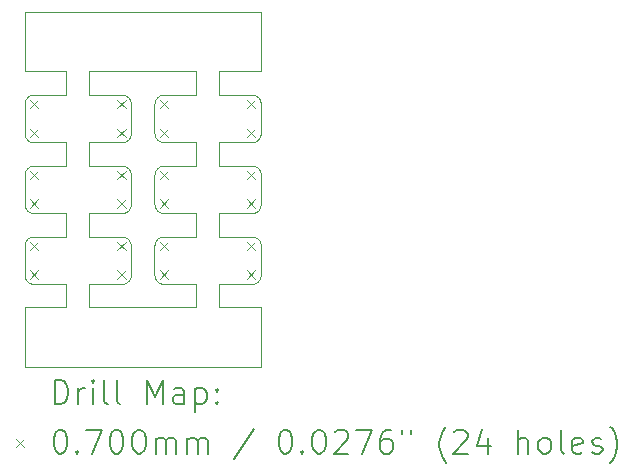
<source format=gbr>
%TF.GenerationSoftware,KiCad,Pcbnew,8.0.0*%
%TF.CreationDate,2024-03-11T21:29:51-07:00*%
%TF.ProjectId,Pinlight_panel,50696e6c-6967-4687-945f-70616e656c2e,rev?*%
%TF.SameCoordinates,Original*%
%TF.FileFunction,Drillmap*%
%TF.FilePolarity,Positive*%
%FSLAX45Y45*%
G04 Gerber Fmt 4.5, Leading zero omitted, Abs format (unit mm)*
G04 Created by KiCad (PCBNEW 8.0.0) date 2024-03-11 21:29:51*
%MOMM*%
%LPD*%
G01*
G04 APERTURE LIST*
%ADD10C,0.100000*%
%ADD11C,0.200000*%
G04 APERTURE END LIST*
D10*
X14731907Y-3673803D02*
X14736557Y-3667795D01*
X14734308Y-3329042D02*
X14731907Y-3326097D01*
X14750000Y-3624950D02*
X14750000Y-3374950D01*
X14711398Y-3309374D02*
X14704577Y-3306028D01*
X15845331Y-3650998D02*
X15847606Y-3643749D01*
X13873327Y-4279309D02*
X13879092Y-4284258D01*
X15801048Y-3095281D02*
X15808029Y-3092285D01*
X15021201Y-3900046D02*
X15013643Y-3900815D01*
X13882155Y-3086507D02*
X13888602Y-3090526D01*
X13859424Y-3938552D02*
X13857665Y-3941920D01*
X14749615Y-3032538D02*
X14750000Y-3024950D01*
X14720908Y-3684258D02*
X14726672Y-3679309D01*
X13850000Y-4224950D02*
X13850385Y-4232538D01*
X14731907Y-2726097D02*
X14726672Y-2720591D01*
X14985328Y-3088598D02*
X14988602Y-3090526D01*
X15814672Y-2711302D02*
X15808029Y-2707615D01*
X13853439Y-4247402D02*
X13854668Y-4250998D01*
X15002548Y-4296510D02*
X15006201Y-4297556D01*
X14956078Y-3054527D02*
X14959424Y-3061348D01*
X15013643Y-3300815D02*
X15009903Y-3301485D01*
X14979092Y-3684258D02*
X14985328Y-3688598D01*
X14748465Y-3359853D02*
X14746560Y-3352498D01*
X14750000Y-2774950D02*
X14749615Y-2767362D01*
X14686357Y-3300815D02*
X14678799Y-3300046D01*
X15500000Y-3699950D02*
X15775000Y-3699950D01*
X14714672Y-3311302D02*
X14711398Y-3309374D01*
X14723853Y-3318043D02*
X14720908Y-3315642D01*
X15849135Y-2763593D02*
X15847606Y-2756151D01*
X13921201Y-4299854D02*
X13925000Y-4299950D01*
X14750000Y-3374950D02*
X14749615Y-3367362D01*
X15849135Y-3036307D02*
X15849904Y-3028749D01*
X14714672Y-2711302D02*
X14708029Y-2707615D01*
X15843922Y-3654527D02*
X15845331Y-3650998D01*
X13859424Y-3661348D02*
X13861352Y-3664622D01*
X14970640Y-3923277D02*
X14968093Y-3926097D01*
X14743922Y-3654527D02*
X14745331Y-3650998D01*
X14748465Y-3040047D02*
X14749615Y-3032538D01*
X15850000Y-4999950D02*
X15850000Y-4499950D01*
X13888602Y-3909374D02*
X13882155Y-3913393D01*
X15797452Y-3696510D02*
X15804577Y-3693872D01*
X15850000Y-2774950D02*
X15849904Y-2771151D01*
X14731907Y-3073803D02*
X14736557Y-3067795D01*
X13891970Y-3907615D02*
X13888602Y-3909374D01*
X15849135Y-3636307D02*
X15849904Y-3628749D01*
X13863443Y-3332105D02*
X13859424Y-3338552D01*
X14950000Y-3374950D02*
X14950000Y-3624950D01*
X15801048Y-3304618D02*
X15797452Y-3303389D01*
X13906201Y-4297556D02*
X13913643Y-4299085D01*
X14750000Y-3974950D02*
X14749615Y-3967362D01*
X13854668Y-3948902D02*
X13853439Y-3952498D01*
X14200000Y-3699950D02*
X14200000Y-3799950D01*
X14738648Y-3335278D02*
X14734308Y-3329042D01*
X15013643Y-2700815D02*
X15009903Y-2701485D01*
X13868093Y-3326097D02*
X13863443Y-3332105D01*
X14746560Y-3952498D02*
X14745331Y-3948902D01*
X15820908Y-3684258D02*
X15826672Y-3679309D01*
X14714672Y-3688598D02*
X14720908Y-3684258D01*
X15804577Y-3693872D02*
X15811398Y-3690526D01*
X15775000Y-3099950D02*
X15782588Y-3099565D01*
X15786357Y-3900815D02*
X15778799Y-3900046D01*
X15790097Y-3301485D02*
X15786357Y-3300815D01*
X15811398Y-3690526D02*
X15814672Y-3688598D01*
X15013643Y-3699085D02*
X15017412Y-3699565D01*
X13851535Y-3959853D02*
X13850865Y-3963593D01*
X14714672Y-3088598D02*
X14720908Y-3084258D01*
X14988602Y-3690526D02*
X14995423Y-3693872D01*
X15849135Y-4236307D02*
X15849904Y-4228749D01*
X13850385Y-3367362D02*
X13850000Y-3374950D01*
X14973327Y-3079309D02*
X14976147Y-3081857D01*
X15831907Y-3326097D02*
X15829359Y-3323277D01*
X15500000Y-3799950D02*
X15500000Y-3699950D01*
X14678799Y-2700046D02*
X14675000Y-2699950D01*
X14950000Y-3974950D02*
X14950000Y-4224950D01*
X15500000Y-4299950D02*
X15775000Y-4299950D01*
X15831907Y-3926097D02*
X15826672Y-3920590D01*
X14723853Y-2718043D02*
X14720908Y-2715642D01*
X14740576Y-3661348D02*
X14743922Y-3654527D01*
X14988602Y-3090526D02*
X14995423Y-3093872D01*
X13879092Y-2715642D02*
X13873327Y-2720591D01*
X14675000Y-3099950D02*
X14682588Y-3099565D01*
X14675000Y-3299950D02*
X14400000Y-3299985D01*
X14200000Y-3799950D02*
X14200000Y-3900011D01*
X13891970Y-3092285D02*
X13898952Y-3095281D01*
X15500000Y-3099950D02*
X15775000Y-3099950D01*
X14745331Y-3050998D02*
X14746560Y-3047402D01*
X15840576Y-3661348D02*
X15843922Y-3654527D01*
X14726672Y-2720591D02*
X14723853Y-2718043D01*
X14979092Y-3315642D02*
X14973327Y-3320590D01*
X15845331Y-3348902D02*
X15843922Y-3345373D01*
X15850000Y-3024950D02*
X15850000Y-2774950D01*
X13888602Y-2709374D02*
X13882155Y-2713393D01*
X14726672Y-4279309D02*
X14731907Y-4273803D01*
X14995423Y-3906028D02*
X14988602Y-3909374D01*
X15831907Y-2726097D02*
X15826672Y-2720591D01*
X14745331Y-3650998D02*
X14746560Y-3647402D01*
X14200000Y-4499950D02*
X13850000Y-4499950D01*
X13909903Y-2701485D02*
X13906201Y-2702344D01*
X13921201Y-2700046D02*
X13913643Y-2700815D01*
X14950000Y-3624950D02*
X14950385Y-3632538D01*
X14749135Y-3963593D02*
X14748465Y-3959853D01*
X14950865Y-3636307D02*
X14951535Y-3640047D01*
X14979092Y-4284258D02*
X14982155Y-4286507D01*
X15778799Y-3900046D02*
X15775000Y-3899950D01*
X13882155Y-3913393D02*
X13879092Y-3915642D01*
X14956078Y-2745373D02*
X14953439Y-2752498D01*
X14740576Y-2738552D02*
X14738648Y-2735278D01*
X15847606Y-3043749D02*
X15849135Y-3036307D01*
X15849904Y-3028749D02*
X15850000Y-3024950D01*
X13863443Y-3067795D02*
X13868093Y-3073803D01*
X15823853Y-4281857D02*
X15829359Y-4276623D01*
X15847606Y-3356151D02*
X15845331Y-3348902D01*
X13879092Y-3084258D02*
X13882155Y-3086507D01*
X14731907Y-4273803D02*
X14736557Y-4267795D01*
X14953439Y-3952498D02*
X14951535Y-3959853D01*
X13868093Y-3926097D02*
X13863443Y-3932105D01*
X15840576Y-3938552D02*
X15836557Y-3932105D01*
X14746560Y-3647402D02*
X14748465Y-3640047D01*
X15849904Y-4228749D02*
X15850000Y-4224950D01*
X15843922Y-2745373D02*
X15840576Y-2738552D01*
X14973327Y-3920590D02*
X14970640Y-3923277D01*
X15820908Y-2715642D02*
X15817845Y-2713393D01*
X15811398Y-4290526D02*
X15817845Y-4286507D01*
X13853439Y-3047402D02*
X13856078Y-3054527D01*
X13921201Y-3099854D02*
X13925000Y-3099950D01*
X13859424Y-2738552D02*
X13857665Y-2741920D01*
X15817845Y-3913393D02*
X15811398Y-3909374D01*
X15782588Y-3699565D02*
X15790097Y-3698415D01*
X13851535Y-3640047D02*
X13853439Y-3647402D01*
X14736557Y-4267795D02*
X14740576Y-4261348D01*
X13902548Y-4296510D02*
X13906201Y-4297556D01*
X15009903Y-2701485D02*
X15006201Y-2702344D01*
X14734308Y-2729042D02*
X14731907Y-2726097D01*
X13921201Y-3300046D02*
X13917412Y-3300335D01*
X14995423Y-3093872D02*
X15002548Y-3096510D01*
X15006201Y-3902344D02*
X14998952Y-3904618D01*
X14200000Y-3300011D02*
X13921201Y-3300046D01*
X15797452Y-2703390D02*
X15793799Y-2702344D01*
X14704577Y-3306028D02*
X14697452Y-3303389D01*
X13909903Y-3901485D02*
X13906201Y-3902344D01*
X13863443Y-3667795D02*
X13868093Y-3673803D01*
X14701048Y-2704619D02*
X14697452Y-2703390D01*
X15850000Y-3374950D02*
X15849904Y-3371151D01*
X13854668Y-4250998D02*
X13857665Y-4257980D01*
X14985328Y-3311302D02*
X14979092Y-3315642D01*
X13888602Y-3309374D02*
X13885328Y-3311302D01*
X14970640Y-2723277D02*
X14968093Y-2726097D01*
X13913643Y-4299085D02*
X13921201Y-4299854D01*
X13902548Y-3096510D02*
X13909903Y-3098415D01*
X15300000Y-3199950D02*
X15300000Y-3300011D01*
X14985328Y-2711302D02*
X14979092Y-2715642D01*
X13909903Y-3098415D02*
X13913643Y-3099085D01*
X15817845Y-4286507D02*
X15823853Y-4281857D01*
X14950865Y-2763593D02*
X14950385Y-2767362D01*
X14675000Y-3699950D02*
X14682588Y-3699565D01*
X14711398Y-4290526D02*
X14717845Y-4286507D01*
X14950865Y-3036307D02*
X14951535Y-3040047D01*
X13898952Y-3304618D02*
X13891970Y-3307615D01*
X15500000Y-3899985D02*
X15500000Y-3799950D01*
X15838648Y-2735278D02*
X15836557Y-2732105D01*
X14968093Y-3326097D02*
X14963443Y-3332105D01*
X15829359Y-3076622D02*
X15834308Y-3070858D01*
X14686357Y-2700815D02*
X14678799Y-2700046D01*
X15017412Y-3699565D02*
X15025000Y-3699950D01*
X13868093Y-2726097D02*
X13863443Y-2732105D01*
X14951535Y-4240047D02*
X14953439Y-4247402D01*
X14968093Y-4273803D02*
X14973327Y-4279309D01*
X15775000Y-4299950D02*
X15782588Y-4299565D01*
X14746560Y-3352498D02*
X14743922Y-3345373D01*
X15300000Y-4499950D02*
X14400000Y-4499950D01*
X14950385Y-3632538D02*
X14950865Y-3636307D01*
X14749615Y-3967362D02*
X14749135Y-3963593D01*
X15845331Y-3050998D02*
X15847606Y-3043749D01*
X15025000Y-3099950D02*
X15300000Y-3099950D01*
X15790097Y-3698415D02*
X15797452Y-3696510D01*
X15811398Y-3909374D02*
X15808029Y-3907615D01*
X13902548Y-3696510D02*
X13909903Y-3698415D01*
X13925000Y-3699950D02*
X14200000Y-3699950D01*
X14675000Y-2699950D02*
X14400000Y-2699985D01*
X15834308Y-4270858D02*
X15838648Y-4264622D01*
X14951535Y-3640047D02*
X14953439Y-3647402D01*
X13898952Y-3095281D02*
X13902548Y-3096510D01*
X15782588Y-3099565D02*
X15790097Y-3098415D01*
X14979092Y-3084258D02*
X14985328Y-3088598D01*
X15831907Y-3673803D02*
X15836557Y-3667795D01*
X13850865Y-3636307D02*
X13851535Y-3640047D01*
X13857665Y-2741920D02*
X13856078Y-2745373D01*
X14968093Y-2726097D02*
X14963443Y-2732105D01*
X13850385Y-3967362D02*
X13850000Y-3974950D01*
X15300000Y-3900011D02*
X15021201Y-3900046D01*
X15808029Y-3307615D02*
X15801048Y-3304618D01*
X15782588Y-4299565D02*
X15786357Y-4299085D01*
X13853439Y-3647402D02*
X13856078Y-3654527D01*
X15009903Y-3098415D02*
X15013643Y-3099085D01*
X14704577Y-3693872D02*
X14711398Y-3690526D01*
X13850385Y-3632538D02*
X13850865Y-3636307D01*
X14690097Y-2701485D02*
X14686357Y-2700815D01*
X13863443Y-4267795D02*
X13868093Y-4273803D01*
X14742335Y-4257980D02*
X14745331Y-4250998D01*
X14708029Y-2707615D02*
X14701048Y-2704619D01*
X14953439Y-3647402D02*
X14956078Y-3654527D01*
X14968093Y-3073803D02*
X14973327Y-3079309D01*
X15300000Y-3799950D02*
X15300000Y-3900011D01*
X14734308Y-3929042D02*
X14731907Y-3926097D01*
X15500000Y-3299985D02*
X15500000Y-3199950D01*
X13851535Y-2759853D02*
X13850865Y-2763593D01*
X15793799Y-3097556D02*
X15801048Y-3095281D01*
X13879092Y-4284258D02*
X13882155Y-4286507D01*
X14950385Y-3367362D02*
X14950000Y-3374950D01*
X15002548Y-3096510D02*
X15009903Y-3098415D01*
X15842335Y-3057979D02*
X15845331Y-3050998D01*
X13853439Y-3952498D02*
X13851535Y-3959853D01*
X14400000Y-2500000D02*
X15300000Y-2500000D01*
X15793799Y-4297556D02*
X15801048Y-4295281D01*
X15823853Y-3318043D02*
X15817845Y-3313393D01*
X13909903Y-3301485D02*
X13902548Y-3303389D01*
X13913643Y-3699085D02*
X13917412Y-3699565D01*
X14686357Y-3900815D02*
X14678799Y-3900046D01*
X14701048Y-3095281D02*
X14708029Y-3092285D01*
X14682588Y-4299565D02*
X14690097Y-4298415D01*
X14400000Y-3199950D02*
X14400000Y-3099950D01*
X15840576Y-2738552D02*
X15838648Y-2735278D01*
X13857665Y-3341920D02*
X13856078Y-3345373D01*
X15006201Y-4297556D02*
X15013643Y-4299085D01*
X14720908Y-3084258D02*
X14726672Y-3079309D01*
X13861352Y-3664622D02*
X13863443Y-3667795D01*
X14953439Y-2752498D02*
X14951535Y-2759853D01*
X13859424Y-4261348D02*
X13863443Y-4267795D01*
X14736557Y-3667795D02*
X14740576Y-3661348D01*
X14991970Y-4292285D02*
X14998952Y-4295281D01*
X15829359Y-4276623D02*
X15834308Y-4270858D01*
X13888602Y-3690526D02*
X13895423Y-3693872D01*
X15847606Y-2756151D02*
X15845331Y-2748902D01*
X13876147Y-3681857D02*
X13879092Y-3684258D01*
X14682588Y-3099565D02*
X14690097Y-3098415D01*
X14954668Y-3948902D02*
X14953439Y-3952498D01*
X13850865Y-3963593D02*
X13850385Y-3967362D01*
X13885328Y-3311302D02*
X13879092Y-3315642D01*
X13850865Y-2763593D02*
X13850385Y-2767362D01*
X14963443Y-3332105D02*
X14959424Y-3338552D01*
X15820908Y-3915642D02*
X15817845Y-3913393D01*
X13873327Y-3079309D02*
X13879092Y-3084258D01*
X14400000Y-3099950D02*
X14675000Y-3099950D01*
X13857665Y-3941920D02*
X13854668Y-3948902D01*
X14745331Y-3948902D02*
X14742335Y-3941920D01*
X14950385Y-2767362D02*
X14950000Y-2774950D01*
X14998952Y-4295281D02*
X15002548Y-4296510D01*
X13868093Y-4273803D02*
X13873327Y-4279309D01*
X14979092Y-2715642D02*
X14973327Y-2720591D01*
X15775000Y-3699950D02*
X15782588Y-3699565D01*
X13851535Y-4240047D02*
X13853439Y-4247402D01*
X15840576Y-3338552D02*
X15838648Y-3335278D01*
X13891970Y-2707615D02*
X13888602Y-2709374D01*
X14690097Y-3098415D02*
X14697452Y-3096510D01*
X14749615Y-2767362D02*
X14749135Y-2763593D01*
X13902548Y-3303389D02*
X13898952Y-3304618D01*
X14749135Y-3363593D02*
X14748465Y-3359853D01*
X13925000Y-3099950D02*
X14200000Y-3099950D01*
X13850000Y-4499950D02*
X13850000Y-4999950D01*
X13856078Y-3054527D02*
X13859424Y-3061348D01*
X14740576Y-3061348D02*
X14743922Y-3054527D01*
X15829359Y-3323277D02*
X15823853Y-3318043D01*
X14740576Y-3338552D02*
X14738648Y-3335278D01*
X13856078Y-2745373D02*
X13853439Y-2752498D01*
X14717845Y-3913393D02*
X14711398Y-3909374D01*
X15849904Y-3628749D02*
X15850000Y-3624950D01*
X14690097Y-3698415D02*
X14697452Y-3696510D01*
X15300000Y-2500000D02*
X15300000Y-2700011D01*
X14954668Y-4250998D02*
X14957665Y-4257980D01*
X13882155Y-4286507D02*
X13888602Y-4290526D01*
X14701048Y-3904618D02*
X14697452Y-3903389D01*
X15826672Y-3079309D02*
X15829359Y-3076622D01*
X14200000Y-3199950D02*
X14200000Y-3300011D01*
X13898952Y-2704619D02*
X13891970Y-2707615D01*
X15775000Y-2699950D02*
X15500000Y-2699985D01*
X15801048Y-2704619D02*
X15797452Y-2703390D01*
X14973327Y-4279309D02*
X14979092Y-4284258D01*
X13873327Y-2720591D02*
X13870640Y-2723277D01*
X15845331Y-4250998D02*
X15847606Y-4243749D01*
X14400000Y-4499950D02*
X14400000Y-4299950D01*
X13850000Y-2000000D02*
X13850000Y-2500000D01*
X15836557Y-2732105D02*
X15831907Y-2726097D01*
X15845331Y-3948902D02*
X15842335Y-3941920D01*
X15782588Y-2700335D02*
X15775000Y-2699950D01*
X14985328Y-3688598D02*
X14988602Y-3690526D01*
X13863443Y-3932105D02*
X13859424Y-3938552D01*
X14950000Y-4224950D02*
X14950385Y-4232538D01*
X15842335Y-3941920D02*
X15840576Y-3938552D01*
X14690097Y-4298415D02*
X14697452Y-4296510D01*
X14950865Y-3963593D02*
X14950385Y-3967362D01*
X14693799Y-3902344D02*
X14686357Y-3900815D01*
X14745331Y-4250998D02*
X14746560Y-4247402D01*
X14950865Y-3363593D02*
X14950385Y-3367362D01*
X14961352Y-3064622D02*
X14963443Y-3067795D01*
X14736557Y-3067795D02*
X14740576Y-3061348D01*
X15850000Y-3974950D02*
X15849904Y-3971151D01*
X14959424Y-4261348D02*
X14963443Y-4267795D01*
X13850000Y-2774950D02*
X13850000Y-3024950D01*
X15021201Y-3099854D02*
X15025000Y-3099950D01*
X14988602Y-2709374D02*
X14985328Y-2711302D01*
X13913643Y-3900815D02*
X13909903Y-3901485D01*
X15838648Y-4264622D02*
X15842335Y-4257980D01*
X13850385Y-2767362D02*
X13850000Y-2774950D01*
X14400000Y-2699985D02*
X14400000Y-2500000D01*
X15808029Y-3092285D02*
X15814672Y-3088598D01*
X15808029Y-3907615D02*
X15801048Y-3904618D01*
X15300000Y-2700011D02*
X15021201Y-2700046D01*
X13913643Y-2700815D02*
X13909903Y-2701485D01*
X14200000Y-4299950D02*
X14200000Y-4499950D01*
X14976147Y-3081857D02*
X14979092Y-3084258D01*
X13853439Y-2752498D02*
X13851535Y-2759853D01*
X13888602Y-3090526D02*
X13891970Y-3092285D01*
X13895423Y-3693872D02*
X13902548Y-3696510D01*
X15850000Y-2000000D02*
X13850000Y-2000000D01*
X15847606Y-4243749D02*
X15849135Y-4236307D01*
X15846560Y-3952498D02*
X15845331Y-3948902D01*
X14982155Y-3913393D02*
X14979092Y-3915642D01*
X15009903Y-3901485D02*
X15006201Y-3902344D01*
X14991970Y-2707615D02*
X14988602Y-2709374D01*
X14675000Y-4299950D02*
X14682588Y-4299565D01*
X14950000Y-3024950D02*
X14950385Y-3032538D01*
X14991970Y-3307615D02*
X14988602Y-3309374D01*
X13891970Y-4292285D02*
X13898952Y-4295281D01*
X13850000Y-3624950D02*
X13850385Y-3632538D01*
X13913643Y-3099085D02*
X13921201Y-3099854D01*
X14988602Y-3909374D02*
X14982155Y-3913393D01*
X15817845Y-3313393D02*
X15814672Y-3311302D01*
X14743922Y-3345373D02*
X14740576Y-3338552D01*
X15838648Y-3064622D02*
X15842335Y-3057979D01*
X13906201Y-2702344D02*
X13898952Y-2704619D01*
X14711398Y-3690526D02*
X14714672Y-3688598D01*
X14711398Y-3909374D02*
X14708029Y-3907615D01*
X14968093Y-3926097D02*
X14963443Y-3932105D01*
X14720908Y-3315642D02*
X14714672Y-3311302D01*
X15849904Y-3371151D02*
X15849135Y-3363593D01*
X13850000Y-4999950D02*
X15850000Y-4999950D01*
X13921201Y-3900046D02*
X13913643Y-3900815D01*
X14726672Y-3320590D02*
X14723853Y-3318043D01*
X14400000Y-3699950D02*
X14675000Y-3699950D01*
X14998952Y-3304618D02*
X14991970Y-3307615D01*
X14720908Y-4284258D02*
X14726672Y-4279309D01*
X13857665Y-4257980D02*
X13859424Y-4261348D01*
X14675000Y-3899950D02*
X14400000Y-3899985D01*
X14400000Y-3899985D02*
X14400000Y-3799950D01*
X14200000Y-2500000D02*
X14200000Y-2700011D01*
X14968093Y-3673803D02*
X14973327Y-3679309D01*
X14748465Y-3959853D02*
X14746560Y-3952498D01*
X13909903Y-3698415D02*
X13913643Y-3699085D01*
X14697452Y-4296510D02*
X14704577Y-4293872D01*
X14678799Y-3900046D02*
X14675000Y-3899950D01*
X15826672Y-2720591D02*
X15820908Y-2715642D01*
X14400000Y-4299950D02*
X14675000Y-4299950D01*
X13863443Y-2732105D02*
X13859424Y-2738552D01*
X15850000Y-3624950D02*
X15850000Y-3374950D01*
X15820908Y-3084258D02*
X15826672Y-3079309D01*
X14950865Y-4236307D02*
X14951535Y-4240047D01*
X15300000Y-3699950D02*
X15300000Y-3799950D01*
X15793799Y-3902344D02*
X15786357Y-3900815D01*
X13853439Y-3352498D02*
X13851535Y-3359853D01*
X13917412Y-3699565D02*
X13925000Y-3699950D01*
X13898952Y-3904618D02*
X13891970Y-3907615D01*
X13879092Y-3915642D02*
X13873327Y-3920590D01*
X14723853Y-3918043D02*
X14717845Y-3913393D01*
X14726672Y-3079309D02*
X14731907Y-3073803D01*
X15808029Y-2707615D02*
X15801048Y-2704619D01*
X13870640Y-3923277D02*
X13868093Y-3926097D01*
X15849904Y-3971151D02*
X15849135Y-3963593D01*
X14697452Y-3696510D02*
X14704577Y-3693872D01*
X14704577Y-4293872D02*
X14711398Y-4290526D01*
X14749615Y-3632538D02*
X14750000Y-3624950D01*
X14982155Y-4286507D02*
X14988602Y-4290526D01*
X14973327Y-3679309D02*
X14976147Y-3681857D01*
X13859424Y-3338552D02*
X13857665Y-3341920D01*
X14726672Y-3920590D02*
X14723853Y-3918043D01*
X14957665Y-2741920D02*
X14956078Y-2745373D01*
X15826672Y-3920590D02*
X15820908Y-3915642D01*
X15006201Y-2702344D02*
X14998952Y-2704619D01*
X14746560Y-3047402D02*
X14748465Y-3040047D01*
X14720908Y-2715642D02*
X14714672Y-2711302D01*
X15782588Y-3300335D02*
X15775000Y-3299950D01*
X14750000Y-4224950D02*
X14750000Y-3974950D01*
X14950385Y-4232538D02*
X14950865Y-4236307D01*
X13870640Y-3323277D02*
X13868093Y-3326097D01*
X14995423Y-3693872D02*
X15002548Y-3696510D01*
X14959424Y-3938552D02*
X14957665Y-3941920D01*
X14963443Y-3067795D02*
X14968093Y-3073803D01*
X15300000Y-3099950D02*
X15300000Y-3199950D01*
X15850000Y-2500000D02*
X15850000Y-2000000D01*
X14740576Y-4261348D02*
X14742335Y-4257980D01*
X14950385Y-3967362D02*
X14950000Y-3974950D01*
X15850000Y-4499950D02*
X15500000Y-4499950D01*
X14749615Y-4232538D02*
X14750000Y-4224950D01*
X15817845Y-2713393D02*
X15814672Y-2711302D01*
X14951535Y-3959853D02*
X14950865Y-3963593D01*
X14200000Y-3900011D02*
X13921201Y-3900046D01*
X14731907Y-3326097D02*
X14726672Y-3320590D01*
X14717845Y-4286507D02*
X14720908Y-4284258D01*
X15826672Y-3679309D02*
X15831907Y-3673803D01*
X15002548Y-3303389D02*
X14998952Y-3304618D01*
X13873327Y-3920590D02*
X13870640Y-3923277D01*
X15025000Y-3699950D02*
X15300000Y-3699950D01*
X14959424Y-2738552D02*
X14957665Y-2741920D01*
X13891970Y-3307615D02*
X13888602Y-3309374D01*
X13856078Y-3654527D02*
X13859424Y-3661348D01*
X15786357Y-3300815D02*
X15782588Y-3300335D01*
X15002548Y-3696510D02*
X15009903Y-3698415D01*
X14738648Y-2735278D02*
X14734308Y-2729042D01*
X15814672Y-3311302D02*
X15808029Y-3307615D01*
X14748465Y-3640047D02*
X14749615Y-3632538D01*
X15797452Y-3903389D02*
X15793799Y-3902344D01*
X14988602Y-3309374D02*
X14985328Y-3311302D01*
X13868093Y-3073803D02*
X13873327Y-3079309D01*
X15009903Y-3301485D02*
X15002548Y-3303389D01*
X14731907Y-3926097D02*
X14726672Y-3920590D01*
X14970640Y-3323277D02*
X14968093Y-3326097D01*
X13851535Y-3359853D02*
X13850865Y-3363593D01*
X14951535Y-2759853D02*
X14950865Y-2763593D01*
X13925000Y-4299950D02*
X14200000Y-4299950D01*
X13882155Y-2713393D02*
X13879092Y-2715642D01*
X14682588Y-3699565D02*
X14690097Y-3698415D01*
X15009903Y-3698415D02*
X15013643Y-3699085D01*
X15300000Y-4299950D02*
X15300000Y-4499950D01*
X14200000Y-3099950D02*
X14200000Y-3199950D01*
X13850865Y-3036307D02*
X13851535Y-3040047D01*
X15849904Y-2771151D02*
X15849135Y-2763593D01*
X13906201Y-3902344D02*
X13898952Y-3904618D01*
X14953439Y-3352498D02*
X14951535Y-3359853D01*
X13850000Y-2500000D02*
X14200000Y-2500000D01*
X13856078Y-3345373D02*
X13853439Y-3352498D01*
X14697452Y-3903389D02*
X14693799Y-3902344D01*
X14708029Y-3907615D02*
X14701048Y-3904618D01*
X15790097Y-3098415D02*
X15793799Y-3097556D01*
X14750000Y-3024950D02*
X14750000Y-2774950D01*
X13917412Y-3300335D02*
X13909903Y-3301485D01*
X14953439Y-3047402D02*
X14956078Y-3054527D01*
X14950000Y-2774950D02*
X14950000Y-3024950D01*
X14743922Y-2745373D02*
X14740576Y-2738552D01*
X15845331Y-2748902D02*
X15843922Y-2745373D01*
X14979092Y-3915642D02*
X14973327Y-3920590D01*
X15849135Y-3363593D02*
X15847606Y-3356151D01*
X14963443Y-3932105D02*
X14959424Y-3938552D01*
X14200000Y-2700011D02*
X13921201Y-2700046D01*
X14749615Y-3367362D02*
X14749135Y-3363593D01*
X14697452Y-3096510D02*
X14701048Y-3095281D01*
X13850865Y-3363593D02*
X13850385Y-3367362D01*
X15836557Y-3667795D02*
X15840576Y-3661348D01*
X14953439Y-4247402D02*
X14954668Y-4250998D01*
X14956078Y-3345373D02*
X14953439Y-3352498D01*
X15836557Y-3332105D02*
X15831907Y-3326097D01*
X14963443Y-2732105D02*
X14959424Y-2738552D01*
X14951535Y-3040047D02*
X14953439Y-3047402D01*
X15786357Y-2700815D02*
X15782588Y-2700335D01*
X13850000Y-3374950D02*
X13850000Y-3624950D01*
X15500000Y-2500000D02*
X15850000Y-2500000D01*
X14726672Y-3679309D02*
X14731907Y-3673803D01*
X14973327Y-3320590D02*
X14970640Y-3323277D01*
X15500000Y-2699985D02*
X15500000Y-2500000D01*
X14678799Y-3300046D02*
X14675000Y-3299950D01*
X15775000Y-3899950D02*
X15500000Y-3899985D01*
X15793799Y-2702344D02*
X15786357Y-2700815D01*
X14963443Y-3667795D02*
X14968093Y-3673803D01*
X15500000Y-3199950D02*
X15500000Y-3099950D01*
X13885328Y-3688598D02*
X13888602Y-3690526D01*
X13873327Y-3679309D02*
X13876147Y-3681857D01*
X15808029Y-4292285D02*
X15811398Y-4290526D01*
X15013643Y-4299085D02*
X15021201Y-4299854D01*
X15847606Y-3956151D02*
X15846560Y-3952498D01*
X14998952Y-2704619D02*
X14991970Y-2707615D01*
X15814672Y-3088598D02*
X15820908Y-3084258D01*
X14988602Y-4290526D02*
X14991970Y-4292285D01*
X14690097Y-3301485D02*
X14686357Y-3300815D01*
X14400000Y-3299985D02*
X14400000Y-3199950D01*
X14957665Y-3941920D02*
X14954668Y-3948902D01*
X15838648Y-3335278D02*
X15836557Y-3332105D01*
X15842335Y-4257980D02*
X15845331Y-4250998D01*
X15025000Y-4299950D02*
X15300000Y-4299950D01*
X13870640Y-2723277D02*
X13868093Y-2726097D01*
X13873327Y-3320590D02*
X13870640Y-3323277D01*
X14746560Y-2752498D02*
X14743922Y-2745373D01*
X15847606Y-3643749D02*
X15849135Y-3636307D01*
X14708029Y-3092285D02*
X14714672Y-3088598D01*
X15500000Y-4499950D02*
X15500000Y-4299950D01*
X14746560Y-4247402D02*
X14748465Y-4240047D01*
X14959424Y-3661348D02*
X14961352Y-3664622D01*
X15834308Y-3070858D02*
X15838648Y-3064622D01*
X15814672Y-3688598D02*
X15820908Y-3684258D01*
X13850385Y-3032538D02*
X13850865Y-3036307D01*
X14748465Y-2759853D02*
X14746560Y-2752498D01*
X14998952Y-3904618D02*
X14995423Y-3906028D01*
X13898952Y-4295281D02*
X13902548Y-4296510D01*
X14743922Y-3054527D02*
X14745331Y-3050998D01*
X14957665Y-3341920D02*
X14956078Y-3345373D01*
X13861352Y-3064622D02*
X13863443Y-3067795D01*
X14951535Y-3359853D02*
X14950865Y-3363593D01*
X15843922Y-3345373D02*
X15840576Y-3338552D01*
X14957665Y-4257980D02*
X14959424Y-4261348D01*
X15013643Y-3900815D02*
X15009903Y-3901485D01*
X14738648Y-3935278D02*
X14734308Y-3929042D01*
X14963443Y-4267795D02*
X14968093Y-4273803D01*
X15797452Y-3303389D02*
X15790097Y-3301485D01*
X14742335Y-3941920D02*
X14738648Y-3935278D01*
X15775000Y-3299950D02*
X15500000Y-3299985D01*
X13879092Y-3315642D02*
X13873327Y-3320590D01*
X14749135Y-2763593D02*
X14748465Y-2759853D01*
X14959424Y-3338552D02*
X14957665Y-3341920D01*
X14956078Y-3654527D02*
X14959424Y-3661348D01*
X15801048Y-4295281D02*
X15808029Y-4292285D01*
X15801048Y-3904618D02*
X15797452Y-3903389D01*
X14959424Y-3061348D02*
X14961352Y-3064622D01*
X13859424Y-3061348D02*
X13861352Y-3064622D01*
X15786357Y-4299085D02*
X15793799Y-4297556D01*
X13850000Y-3974950D02*
X13850000Y-4224950D01*
X14697452Y-2703390D02*
X14690097Y-2701485D01*
X13850865Y-4236307D02*
X13851535Y-4240047D01*
X14748465Y-4240047D02*
X14749615Y-4232538D01*
X15021201Y-4299854D02*
X15025000Y-4299950D01*
X14973327Y-2720591D02*
X14970640Y-2723277D01*
X15850000Y-4224950D02*
X15850000Y-3974950D01*
X15021201Y-2700046D02*
X15013643Y-2700815D01*
X14697452Y-3303389D02*
X14690097Y-3301485D01*
X13879092Y-3684258D02*
X13885328Y-3688598D01*
X13850000Y-3024950D02*
X13850385Y-3032538D01*
X13850385Y-4232538D02*
X13850865Y-4236307D01*
X13888602Y-4290526D02*
X13891970Y-4292285D01*
X14961352Y-3664622D02*
X14963443Y-3667795D01*
X15021201Y-3300046D02*
X15013643Y-3300815D01*
X15836557Y-3932105D02*
X15831907Y-3926097D01*
X15013643Y-3099085D02*
X15021201Y-3099854D01*
X14400000Y-3799950D02*
X14400000Y-3699950D01*
X13851535Y-3040047D02*
X13853439Y-3047402D01*
X14976147Y-3681857D02*
X14979092Y-3684258D01*
X15849135Y-3963593D02*
X15847606Y-3956151D01*
X13868093Y-3673803D02*
X13873327Y-3679309D01*
X15300000Y-3300011D02*
X15021201Y-3300046D01*
X14950385Y-3032538D02*
X14950865Y-3036307D01*
D11*
D10*
X13895000Y-2744950D02*
X13965000Y-2814950D01*
X13965000Y-2744950D02*
X13895000Y-2814950D01*
X13895000Y-2984950D02*
X13965000Y-3054950D01*
X13965000Y-2984950D02*
X13895000Y-3054950D01*
X13895000Y-3344950D02*
X13965000Y-3414950D01*
X13965000Y-3344950D02*
X13895000Y-3414950D01*
X13895000Y-3584950D02*
X13965000Y-3654950D01*
X13965000Y-3584950D02*
X13895000Y-3654950D01*
X13895000Y-3944950D02*
X13965000Y-4014950D01*
X13965000Y-3944950D02*
X13895000Y-4014950D01*
X13895000Y-4184950D02*
X13965000Y-4254950D01*
X13965000Y-4184950D02*
X13895000Y-4254950D01*
X14635000Y-2744950D02*
X14705000Y-2814950D01*
X14705000Y-2744950D02*
X14635000Y-2814950D01*
X14635000Y-2984950D02*
X14705000Y-3054950D01*
X14705000Y-2984950D02*
X14635000Y-3054950D01*
X14635000Y-3344950D02*
X14705000Y-3414950D01*
X14705000Y-3344950D02*
X14635000Y-3414950D01*
X14635000Y-3584950D02*
X14705000Y-3654950D01*
X14705000Y-3584950D02*
X14635000Y-3654950D01*
X14635000Y-3944950D02*
X14705000Y-4014950D01*
X14705000Y-3944950D02*
X14635000Y-4014950D01*
X14635000Y-4184950D02*
X14705000Y-4254950D01*
X14705000Y-4184950D02*
X14635000Y-4254950D01*
X14995000Y-2744950D02*
X15065000Y-2814950D01*
X15065000Y-2744950D02*
X14995000Y-2814950D01*
X14995000Y-2984950D02*
X15065000Y-3054950D01*
X15065000Y-2984950D02*
X14995000Y-3054950D01*
X14995000Y-3344950D02*
X15065000Y-3414950D01*
X15065000Y-3344950D02*
X14995000Y-3414950D01*
X14995000Y-3584950D02*
X15065000Y-3654950D01*
X15065000Y-3584950D02*
X14995000Y-3654950D01*
X14995000Y-3944950D02*
X15065000Y-4014950D01*
X15065000Y-3944950D02*
X14995000Y-4014950D01*
X14995000Y-4184950D02*
X15065000Y-4254950D01*
X15065000Y-4184950D02*
X14995000Y-4254950D01*
X15735000Y-2744950D02*
X15805000Y-2814950D01*
X15805000Y-2744950D02*
X15735000Y-2814950D01*
X15735000Y-2984950D02*
X15805000Y-3054950D01*
X15805000Y-2984950D02*
X15735000Y-3054950D01*
X15735000Y-3344950D02*
X15805000Y-3414950D01*
X15805000Y-3344950D02*
X15735000Y-3414950D01*
X15735000Y-3584950D02*
X15805000Y-3654950D01*
X15805000Y-3584950D02*
X15735000Y-3654950D01*
X15735000Y-3944950D02*
X15805000Y-4014950D01*
X15805000Y-3944950D02*
X15735000Y-4014950D01*
X15735000Y-4184950D02*
X15805000Y-4254950D01*
X15805000Y-4184950D02*
X15735000Y-4254950D01*
D11*
X14105777Y-5316434D02*
X14105777Y-5116434D01*
X14105777Y-5116434D02*
X14153396Y-5116434D01*
X14153396Y-5116434D02*
X14181967Y-5125958D01*
X14181967Y-5125958D02*
X14201015Y-5145005D01*
X14201015Y-5145005D02*
X14210539Y-5164053D01*
X14210539Y-5164053D02*
X14220062Y-5202148D01*
X14220062Y-5202148D02*
X14220062Y-5230720D01*
X14220062Y-5230720D02*
X14210539Y-5268815D01*
X14210539Y-5268815D02*
X14201015Y-5287862D01*
X14201015Y-5287862D02*
X14181967Y-5306910D01*
X14181967Y-5306910D02*
X14153396Y-5316434D01*
X14153396Y-5316434D02*
X14105777Y-5316434D01*
X14305777Y-5316434D02*
X14305777Y-5183100D01*
X14305777Y-5221196D02*
X14315301Y-5202148D01*
X14315301Y-5202148D02*
X14324824Y-5192624D01*
X14324824Y-5192624D02*
X14343872Y-5183100D01*
X14343872Y-5183100D02*
X14362920Y-5183100D01*
X14429586Y-5316434D02*
X14429586Y-5183100D01*
X14429586Y-5116434D02*
X14420062Y-5125958D01*
X14420062Y-5125958D02*
X14429586Y-5135481D01*
X14429586Y-5135481D02*
X14439110Y-5125958D01*
X14439110Y-5125958D02*
X14429586Y-5116434D01*
X14429586Y-5116434D02*
X14429586Y-5135481D01*
X14553396Y-5316434D02*
X14534348Y-5306910D01*
X14534348Y-5306910D02*
X14524824Y-5287862D01*
X14524824Y-5287862D02*
X14524824Y-5116434D01*
X14658158Y-5316434D02*
X14639110Y-5306910D01*
X14639110Y-5306910D02*
X14629586Y-5287862D01*
X14629586Y-5287862D02*
X14629586Y-5116434D01*
X14886729Y-5316434D02*
X14886729Y-5116434D01*
X14886729Y-5116434D02*
X14953396Y-5259291D01*
X14953396Y-5259291D02*
X15020062Y-5116434D01*
X15020062Y-5116434D02*
X15020062Y-5316434D01*
X15201015Y-5316434D02*
X15201015Y-5211672D01*
X15201015Y-5211672D02*
X15191491Y-5192624D01*
X15191491Y-5192624D02*
X15172443Y-5183100D01*
X15172443Y-5183100D02*
X15134348Y-5183100D01*
X15134348Y-5183100D02*
X15115301Y-5192624D01*
X15201015Y-5306910D02*
X15181967Y-5316434D01*
X15181967Y-5316434D02*
X15134348Y-5316434D01*
X15134348Y-5316434D02*
X15115301Y-5306910D01*
X15115301Y-5306910D02*
X15105777Y-5287862D01*
X15105777Y-5287862D02*
X15105777Y-5268815D01*
X15105777Y-5268815D02*
X15115301Y-5249767D01*
X15115301Y-5249767D02*
X15134348Y-5240243D01*
X15134348Y-5240243D02*
X15181967Y-5240243D01*
X15181967Y-5240243D02*
X15201015Y-5230720D01*
X15296253Y-5183100D02*
X15296253Y-5383100D01*
X15296253Y-5192624D02*
X15315301Y-5183100D01*
X15315301Y-5183100D02*
X15353396Y-5183100D01*
X15353396Y-5183100D02*
X15372443Y-5192624D01*
X15372443Y-5192624D02*
X15381967Y-5202148D01*
X15381967Y-5202148D02*
X15391491Y-5221196D01*
X15391491Y-5221196D02*
X15391491Y-5278339D01*
X15391491Y-5278339D02*
X15381967Y-5297386D01*
X15381967Y-5297386D02*
X15372443Y-5306910D01*
X15372443Y-5306910D02*
X15353396Y-5316434D01*
X15353396Y-5316434D02*
X15315301Y-5316434D01*
X15315301Y-5316434D02*
X15296253Y-5306910D01*
X15477205Y-5297386D02*
X15486729Y-5306910D01*
X15486729Y-5306910D02*
X15477205Y-5316434D01*
X15477205Y-5316434D02*
X15467682Y-5306910D01*
X15467682Y-5306910D02*
X15477205Y-5297386D01*
X15477205Y-5297386D02*
X15477205Y-5316434D01*
X15477205Y-5192624D02*
X15486729Y-5202148D01*
X15486729Y-5202148D02*
X15477205Y-5211672D01*
X15477205Y-5211672D02*
X15467682Y-5202148D01*
X15467682Y-5202148D02*
X15477205Y-5192624D01*
X15477205Y-5192624D02*
X15477205Y-5211672D01*
D10*
X13775000Y-5609950D02*
X13845000Y-5679950D01*
X13845000Y-5609950D02*
X13775000Y-5679950D01*
D11*
X14143872Y-5536434D02*
X14162920Y-5536434D01*
X14162920Y-5536434D02*
X14181967Y-5545958D01*
X14181967Y-5545958D02*
X14191491Y-5555481D01*
X14191491Y-5555481D02*
X14201015Y-5574529D01*
X14201015Y-5574529D02*
X14210539Y-5612624D01*
X14210539Y-5612624D02*
X14210539Y-5660243D01*
X14210539Y-5660243D02*
X14201015Y-5698338D01*
X14201015Y-5698338D02*
X14191491Y-5717386D01*
X14191491Y-5717386D02*
X14181967Y-5726910D01*
X14181967Y-5726910D02*
X14162920Y-5736434D01*
X14162920Y-5736434D02*
X14143872Y-5736434D01*
X14143872Y-5736434D02*
X14124824Y-5726910D01*
X14124824Y-5726910D02*
X14115301Y-5717386D01*
X14115301Y-5717386D02*
X14105777Y-5698338D01*
X14105777Y-5698338D02*
X14096253Y-5660243D01*
X14096253Y-5660243D02*
X14096253Y-5612624D01*
X14096253Y-5612624D02*
X14105777Y-5574529D01*
X14105777Y-5574529D02*
X14115301Y-5555481D01*
X14115301Y-5555481D02*
X14124824Y-5545958D01*
X14124824Y-5545958D02*
X14143872Y-5536434D01*
X14296253Y-5717386D02*
X14305777Y-5726910D01*
X14305777Y-5726910D02*
X14296253Y-5736434D01*
X14296253Y-5736434D02*
X14286729Y-5726910D01*
X14286729Y-5726910D02*
X14296253Y-5717386D01*
X14296253Y-5717386D02*
X14296253Y-5736434D01*
X14372443Y-5536434D02*
X14505777Y-5536434D01*
X14505777Y-5536434D02*
X14420062Y-5736434D01*
X14620062Y-5536434D02*
X14639110Y-5536434D01*
X14639110Y-5536434D02*
X14658158Y-5545958D01*
X14658158Y-5545958D02*
X14667682Y-5555481D01*
X14667682Y-5555481D02*
X14677205Y-5574529D01*
X14677205Y-5574529D02*
X14686729Y-5612624D01*
X14686729Y-5612624D02*
X14686729Y-5660243D01*
X14686729Y-5660243D02*
X14677205Y-5698338D01*
X14677205Y-5698338D02*
X14667682Y-5717386D01*
X14667682Y-5717386D02*
X14658158Y-5726910D01*
X14658158Y-5726910D02*
X14639110Y-5736434D01*
X14639110Y-5736434D02*
X14620062Y-5736434D01*
X14620062Y-5736434D02*
X14601015Y-5726910D01*
X14601015Y-5726910D02*
X14591491Y-5717386D01*
X14591491Y-5717386D02*
X14581967Y-5698338D01*
X14581967Y-5698338D02*
X14572443Y-5660243D01*
X14572443Y-5660243D02*
X14572443Y-5612624D01*
X14572443Y-5612624D02*
X14581967Y-5574529D01*
X14581967Y-5574529D02*
X14591491Y-5555481D01*
X14591491Y-5555481D02*
X14601015Y-5545958D01*
X14601015Y-5545958D02*
X14620062Y-5536434D01*
X14810539Y-5536434D02*
X14829586Y-5536434D01*
X14829586Y-5536434D02*
X14848634Y-5545958D01*
X14848634Y-5545958D02*
X14858158Y-5555481D01*
X14858158Y-5555481D02*
X14867682Y-5574529D01*
X14867682Y-5574529D02*
X14877205Y-5612624D01*
X14877205Y-5612624D02*
X14877205Y-5660243D01*
X14877205Y-5660243D02*
X14867682Y-5698338D01*
X14867682Y-5698338D02*
X14858158Y-5717386D01*
X14858158Y-5717386D02*
X14848634Y-5726910D01*
X14848634Y-5726910D02*
X14829586Y-5736434D01*
X14829586Y-5736434D02*
X14810539Y-5736434D01*
X14810539Y-5736434D02*
X14791491Y-5726910D01*
X14791491Y-5726910D02*
X14781967Y-5717386D01*
X14781967Y-5717386D02*
X14772443Y-5698338D01*
X14772443Y-5698338D02*
X14762920Y-5660243D01*
X14762920Y-5660243D02*
X14762920Y-5612624D01*
X14762920Y-5612624D02*
X14772443Y-5574529D01*
X14772443Y-5574529D02*
X14781967Y-5555481D01*
X14781967Y-5555481D02*
X14791491Y-5545958D01*
X14791491Y-5545958D02*
X14810539Y-5536434D01*
X14962920Y-5736434D02*
X14962920Y-5603100D01*
X14962920Y-5622148D02*
X14972443Y-5612624D01*
X14972443Y-5612624D02*
X14991491Y-5603100D01*
X14991491Y-5603100D02*
X15020063Y-5603100D01*
X15020063Y-5603100D02*
X15039110Y-5612624D01*
X15039110Y-5612624D02*
X15048634Y-5631672D01*
X15048634Y-5631672D02*
X15048634Y-5736434D01*
X15048634Y-5631672D02*
X15058158Y-5612624D01*
X15058158Y-5612624D02*
X15077205Y-5603100D01*
X15077205Y-5603100D02*
X15105777Y-5603100D01*
X15105777Y-5603100D02*
X15124824Y-5612624D01*
X15124824Y-5612624D02*
X15134348Y-5631672D01*
X15134348Y-5631672D02*
X15134348Y-5736434D01*
X15229586Y-5736434D02*
X15229586Y-5603100D01*
X15229586Y-5622148D02*
X15239110Y-5612624D01*
X15239110Y-5612624D02*
X15258158Y-5603100D01*
X15258158Y-5603100D02*
X15286729Y-5603100D01*
X15286729Y-5603100D02*
X15305777Y-5612624D01*
X15305777Y-5612624D02*
X15315301Y-5631672D01*
X15315301Y-5631672D02*
X15315301Y-5736434D01*
X15315301Y-5631672D02*
X15324824Y-5612624D01*
X15324824Y-5612624D02*
X15343872Y-5603100D01*
X15343872Y-5603100D02*
X15372443Y-5603100D01*
X15372443Y-5603100D02*
X15391491Y-5612624D01*
X15391491Y-5612624D02*
X15401015Y-5631672D01*
X15401015Y-5631672D02*
X15401015Y-5736434D01*
X15791491Y-5526910D02*
X15620063Y-5784053D01*
X16048634Y-5536434D02*
X16067682Y-5536434D01*
X16067682Y-5536434D02*
X16086729Y-5545958D01*
X16086729Y-5545958D02*
X16096253Y-5555481D01*
X16096253Y-5555481D02*
X16105777Y-5574529D01*
X16105777Y-5574529D02*
X16115301Y-5612624D01*
X16115301Y-5612624D02*
X16115301Y-5660243D01*
X16115301Y-5660243D02*
X16105777Y-5698338D01*
X16105777Y-5698338D02*
X16096253Y-5717386D01*
X16096253Y-5717386D02*
X16086729Y-5726910D01*
X16086729Y-5726910D02*
X16067682Y-5736434D01*
X16067682Y-5736434D02*
X16048634Y-5736434D01*
X16048634Y-5736434D02*
X16029586Y-5726910D01*
X16029586Y-5726910D02*
X16020063Y-5717386D01*
X16020063Y-5717386D02*
X16010539Y-5698338D01*
X16010539Y-5698338D02*
X16001015Y-5660243D01*
X16001015Y-5660243D02*
X16001015Y-5612624D01*
X16001015Y-5612624D02*
X16010539Y-5574529D01*
X16010539Y-5574529D02*
X16020063Y-5555481D01*
X16020063Y-5555481D02*
X16029586Y-5545958D01*
X16029586Y-5545958D02*
X16048634Y-5536434D01*
X16201015Y-5717386D02*
X16210539Y-5726910D01*
X16210539Y-5726910D02*
X16201015Y-5736434D01*
X16201015Y-5736434D02*
X16191491Y-5726910D01*
X16191491Y-5726910D02*
X16201015Y-5717386D01*
X16201015Y-5717386D02*
X16201015Y-5736434D01*
X16334348Y-5536434D02*
X16353396Y-5536434D01*
X16353396Y-5536434D02*
X16372444Y-5545958D01*
X16372444Y-5545958D02*
X16381967Y-5555481D01*
X16381967Y-5555481D02*
X16391491Y-5574529D01*
X16391491Y-5574529D02*
X16401015Y-5612624D01*
X16401015Y-5612624D02*
X16401015Y-5660243D01*
X16401015Y-5660243D02*
X16391491Y-5698338D01*
X16391491Y-5698338D02*
X16381967Y-5717386D01*
X16381967Y-5717386D02*
X16372444Y-5726910D01*
X16372444Y-5726910D02*
X16353396Y-5736434D01*
X16353396Y-5736434D02*
X16334348Y-5736434D01*
X16334348Y-5736434D02*
X16315301Y-5726910D01*
X16315301Y-5726910D02*
X16305777Y-5717386D01*
X16305777Y-5717386D02*
X16296253Y-5698338D01*
X16296253Y-5698338D02*
X16286729Y-5660243D01*
X16286729Y-5660243D02*
X16286729Y-5612624D01*
X16286729Y-5612624D02*
X16296253Y-5574529D01*
X16296253Y-5574529D02*
X16305777Y-5555481D01*
X16305777Y-5555481D02*
X16315301Y-5545958D01*
X16315301Y-5545958D02*
X16334348Y-5536434D01*
X16477206Y-5555481D02*
X16486729Y-5545958D01*
X16486729Y-5545958D02*
X16505777Y-5536434D01*
X16505777Y-5536434D02*
X16553396Y-5536434D01*
X16553396Y-5536434D02*
X16572444Y-5545958D01*
X16572444Y-5545958D02*
X16581967Y-5555481D01*
X16581967Y-5555481D02*
X16591491Y-5574529D01*
X16591491Y-5574529D02*
X16591491Y-5593577D01*
X16591491Y-5593577D02*
X16581967Y-5622148D01*
X16581967Y-5622148D02*
X16467682Y-5736434D01*
X16467682Y-5736434D02*
X16591491Y-5736434D01*
X16658158Y-5536434D02*
X16791491Y-5536434D01*
X16791491Y-5536434D02*
X16705777Y-5736434D01*
X16953396Y-5536434D02*
X16915301Y-5536434D01*
X16915301Y-5536434D02*
X16896253Y-5545958D01*
X16896253Y-5545958D02*
X16886729Y-5555481D01*
X16886729Y-5555481D02*
X16867682Y-5584053D01*
X16867682Y-5584053D02*
X16858158Y-5622148D01*
X16858158Y-5622148D02*
X16858158Y-5698338D01*
X16858158Y-5698338D02*
X16867682Y-5717386D01*
X16867682Y-5717386D02*
X16877206Y-5726910D01*
X16877206Y-5726910D02*
X16896253Y-5736434D01*
X16896253Y-5736434D02*
X16934349Y-5736434D01*
X16934349Y-5736434D02*
X16953396Y-5726910D01*
X16953396Y-5726910D02*
X16962920Y-5717386D01*
X16962920Y-5717386D02*
X16972444Y-5698338D01*
X16972444Y-5698338D02*
X16972444Y-5650719D01*
X16972444Y-5650719D02*
X16962920Y-5631672D01*
X16962920Y-5631672D02*
X16953396Y-5622148D01*
X16953396Y-5622148D02*
X16934349Y-5612624D01*
X16934349Y-5612624D02*
X16896253Y-5612624D01*
X16896253Y-5612624D02*
X16877206Y-5622148D01*
X16877206Y-5622148D02*
X16867682Y-5631672D01*
X16867682Y-5631672D02*
X16858158Y-5650719D01*
X17048634Y-5536434D02*
X17048634Y-5574529D01*
X17124825Y-5536434D02*
X17124825Y-5574529D01*
X17420063Y-5812624D02*
X17410539Y-5803100D01*
X17410539Y-5803100D02*
X17391491Y-5774529D01*
X17391491Y-5774529D02*
X17381968Y-5755481D01*
X17381968Y-5755481D02*
X17372444Y-5726910D01*
X17372444Y-5726910D02*
X17362920Y-5679291D01*
X17362920Y-5679291D02*
X17362920Y-5641196D01*
X17362920Y-5641196D02*
X17372444Y-5593577D01*
X17372444Y-5593577D02*
X17381968Y-5565005D01*
X17381968Y-5565005D02*
X17391491Y-5545958D01*
X17391491Y-5545958D02*
X17410539Y-5517386D01*
X17410539Y-5517386D02*
X17420063Y-5507862D01*
X17486730Y-5555481D02*
X17496253Y-5545958D01*
X17496253Y-5545958D02*
X17515301Y-5536434D01*
X17515301Y-5536434D02*
X17562920Y-5536434D01*
X17562920Y-5536434D02*
X17581968Y-5545958D01*
X17581968Y-5545958D02*
X17591491Y-5555481D01*
X17591491Y-5555481D02*
X17601015Y-5574529D01*
X17601015Y-5574529D02*
X17601015Y-5593577D01*
X17601015Y-5593577D02*
X17591491Y-5622148D01*
X17591491Y-5622148D02*
X17477206Y-5736434D01*
X17477206Y-5736434D02*
X17601015Y-5736434D01*
X17772444Y-5603100D02*
X17772444Y-5736434D01*
X17724825Y-5526910D02*
X17677206Y-5669767D01*
X17677206Y-5669767D02*
X17801015Y-5669767D01*
X18029587Y-5736434D02*
X18029587Y-5536434D01*
X18115301Y-5736434D02*
X18115301Y-5631672D01*
X18115301Y-5631672D02*
X18105777Y-5612624D01*
X18105777Y-5612624D02*
X18086730Y-5603100D01*
X18086730Y-5603100D02*
X18058158Y-5603100D01*
X18058158Y-5603100D02*
X18039111Y-5612624D01*
X18039111Y-5612624D02*
X18029587Y-5622148D01*
X18239111Y-5736434D02*
X18220063Y-5726910D01*
X18220063Y-5726910D02*
X18210539Y-5717386D01*
X18210539Y-5717386D02*
X18201015Y-5698338D01*
X18201015Y-5698338D02*
X18201015Y-5641196D01*
X18201015Y-5641196D02*
X18210539Y-5622148D01*
X18210539Y-5622148D02*
X18220063Y-5612624D01*
X18220063Y-5612624D02*
X18239111Y-5603100D01*
X18239111Y-5603100D02*
X18267682Y-5603100D01*
X18267682Y-5603100D02*
X18286730Y-5612624D01*
X18286730Y-5612624D02*
X18296253Y-5622148D01*
X18296253Y-5622148D02*
X18305777Y-5641196D01*
X18305777Y-5641196D02*
X18305777Y-5698338D01*
X18305777Y-5698338D02*
X18296253Y-5717386D01*
X18296253Y-5717386D02*
X18286730Y-5726910D01*
X18286730Y-5726910D02*
X18267682Y-5736434D01*
X18267682Y-5736434D02*
X18239111Y-5736434D01*
X18420063Y-5736434D02*
X18401015Y-5726910D01*
X18401015Y-5726910D02*
X18391492Y-5707862D01*
X18391492Y-5707862D02*
X18391492Y-5536434D01*
X18572444Y-5726910D02*
X18553396Y-5736434D01*
X18553396Y-5736434D02*
X18515301Y-5736434D01*
X18515301Y-5736434D02*
X18496253Y-5726910D01*
X18496253Y-5726910D02*
X18486730Y-5707862D01*
X18486730Y-5707862D02*
X18486730Y-5631672D01*
X18486730Y-5631672D02*
X18496253Y-5612624D01*
X18496253Y-5612624D02*
X18515301Y-5603100D01*
X18515301Y-5603100D02*
X18553396Y-5603100D01*
X18553396Y-5603100D02*
X18572444Y-5612624D01*
X18572444Y-5612624D02*
X18581968Y-5631672D01*
X18581968Y-5631672D02*
X18581968Y-5650719D01*
X18581968Y-5650719D02*
X18486730Y-5669767D01*
X18658158Y-5726910D02*
X18677206Y-5736434D01*
X18677206Y-5736434D02*
X18715301Y-5736434D01*
X18715301Y-5736434D02*
X18734349Y-5726910D01*
X18734349Y-5726910D02*
X18743873Y-5707862D01*
X18743873Y-5707862D02*
X18743873Y-5698338D01*
X18743873Y-5698338D02*
X18734349Y-5679291D01*
X18734349Y-5679291D02*
X18715301Y-5669767D01*
X18715301Y-5669767D02*
X18686730Y-5669767D01*
X18686730Y-5669767D02*
X18667682Y-5660243D01*
X18667682Y-5660243D02*
X18658158Y-5641196D01*
X18658158Y-5641196D02*
X18658158Y-5631672D01*
X18658158Y-5631672D02*
X18667682Y-5612624D01*
X18667682Y-5612624D02*
X18686730Y-5603100D01*
X18686730Y-5603100D02*
X18715301Y-5603100D01*
X18715301Y-5603100D02*
X18734349Y-5612624D01*
X18810539Y-5812624D02*
X18820063Y-5803100D01*
X18820063Y-5803100D02*
X18839111Y-5774529D01*
X18839111Y-5774529D02*
X18848634Y-5755481D01*
X18848634Y-5755481D02*
X18858158Y-5726910D01*
X18858158Y-5726910D02*
X18867682Y-5679291D01*
X18867682Y-5679291D02*
X18867682Y-5641196D01*
X18867682Y-5641196D02*
X18858158Y-5593577D01*
X18858158Y-5593577D02*
X18848634Y-5565005D01*
X18848634Y-5565005D02*
X18839111Y-5545958D01*
X18839111Y-5545958D02*
X18820063Y-5517386D01*
X18820063Y-5517386D02*
X18810539Y-5507862D01*
M02*

</source>
